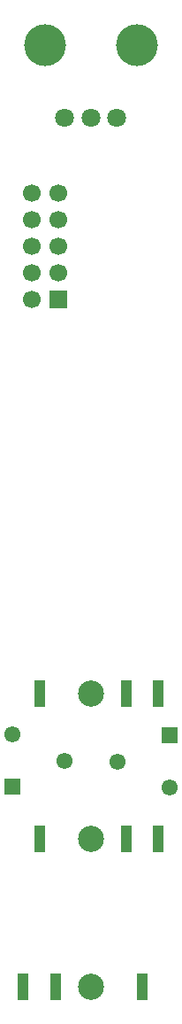
<source format=gbr>
G04 #@! TF.GenerationSoftware,KiCad,Pcbnew,(5.99.0-9650-gad505e29c0)*
G04 #@! TF.CreationDate,2021-03-17T10:46:37+00:00*
G04 #@! TF.ProjectId,Ampelope,416d7065-6c6f-4706-952e-6b696361645f,rev?*
G04 #@! TF.SameCoordinates,Original*
G04 #@! TF.FileFunction,Soldermask,Bot*
G04 #@! TF.FilePolarity,Negative*
%FSLAX46Y46*%
G04 Gerber Fmt 4.6, Leading zero omitted, Abs format (unit mm)*
G04 Created by KiCad (PCBNEW (5.99.0-9650-gad505e29c0)) date 2021-03-17 10:46:37*
%MOMM*%
%LPD*%
G01*
G04 APERTURE LIST*
%ADD10R,1.700000X1.700000*%
%ADD11C,1.700000*%
%ADD12R,1.550000X1.550000*%
%ADD13C,1.550000*%
%ADD14C,2.500000*%
%ADD15R,1.000000X2.500000*%
%ADD16C,4.000000*%
%ADD17C,1.800000*%
G04 APERTURE END LIST*
D10*
X142362500Y-72800000D03*
D11*
X139822500Y-72800000D03*
X142362500Y-70260000D03*
X139822500Y-70260000D03*
X142362500Y-67720000D03*
X139822500Y-67720000D03*
X142362500Y-65180000D03*
X139822500Y-65180000D03*
X142362500Y-62640000D03*
X139822500Y-62640000D03*
D12*
X137975000Y-119400000D03*
D13*
X142975000Y-116900000D03*
X137975000Y-114400000D03*
D12*
X153025000Y-114500000D03*
D13*
X148025000Y-117000000D03*
X153025000Y-119500000D03*
D14*
X145500000Y-138500000D03*
D15*
X139020000Y-138500000D03*
X142120000Y-138500000D03*
X150420000Y-138500000D03*
D14*
X145500000Y-124400000D03*
D15*
X151980000Y-124400000D03*
X148880000Y-124400000D03*
X140580000Y-124400000D03*
D14*
X145500000Y-110500000D03*
D15*
X151980000Y-110500000D03*
X148880000Y-110500000D03*
X140580000Y-110500000D03*
D16*
X149900000Y-48500000D03*
X141100000Y-48500000D03*
D17*
X143000000Y-55500000D03*
X145500000Y-55500000D03*
X148000000Y-55500000D03*
M02*

</source>
